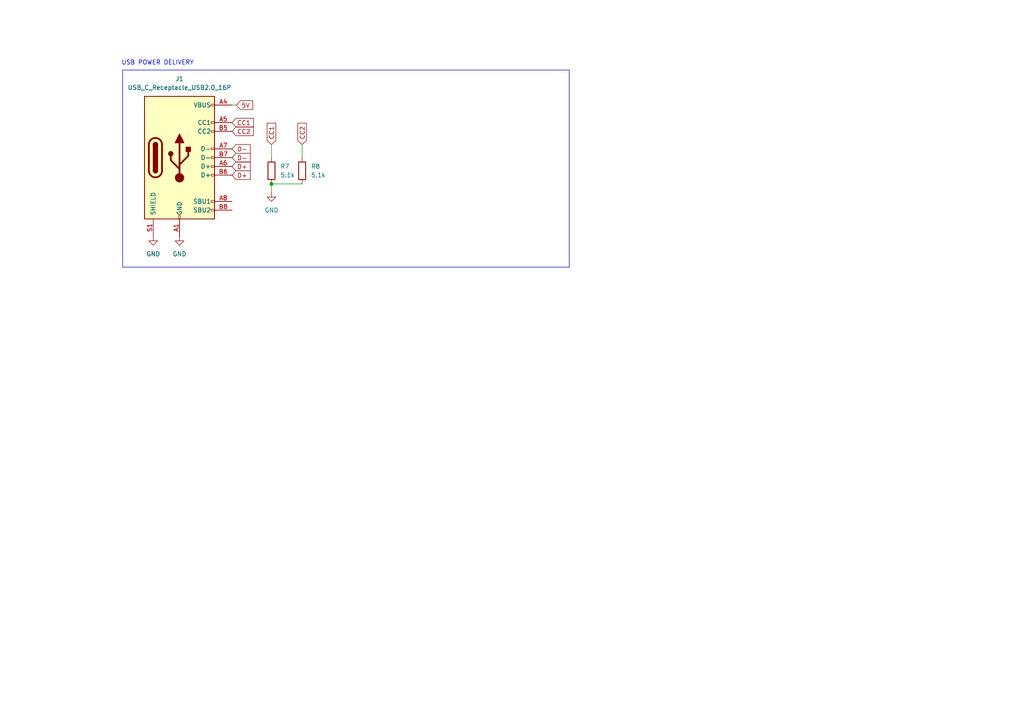
<source format=kicad_sch>
(kicad_sch (version 20250114) (generator "eeschema") (generator_version "9.0")
  (paper "A4")
  (lib_symbols
    (symbol "Connector:USB_C_Receptacle_USB2.0_16P" (pin_names (offset 1.016))
      (property "Reference" "J" (at 0 22.225 0))
      (property "Value" "USB_C_Receptacle_USB2.0_16P" (at 0 19.685 0))
      (symbol "USB_C_Receptacle_USB2.0_16P_0_0"
        (rectangle (start -0.254 -17.78) (end 0.254 -16.764))
        (rectangle (start 10.16 15.494) (end 9.144 14.986))
        (rectangle (start 10.16 10.414) (end 9.144 9.906))
        (rectangle (start 10.16 7.874) (end 9.144 7.366))
        (rectangle (start 10.16 2.794) (end 9.144 2.286))
        (rectangle (start 10.16 0.254) (end 9.144 -0.254))
        (rectangle (start 10.16 -2.286) (end 9.144 -2.794))
        (rectangle (start 10.16 -4.826) (end 9.144 -5.334))
        (rectangle (start 10.16 -12.446) (end 9.144 -12.954))
        (rectangle (start 10.16 -14.986) (end 9.144 -15.494))
      )
      (symbol "USB_C_Receptacle_USB2.0_16P_0_1"
        (rectangle (start -10.16 17.78) (end 10.16 -17.78) (stroke (width 0.254)) (fill (type background)))
        (polyline (pts (xy -8.89 -3.81) (xy -8.89 3.81)) (stroke (width 0.508)))
        (rectangle (start -7.62 -3.81) (end -6.35 3.81) (stroke (width 0.254)) (fill (type outline)))
        (arc (start -7.62 3.81) (mid -6.985 4.4423) (end -6.35 3.81) (stroke (width 0.254)))
        (arc (start -7.62 3.81) (mid -6.985 4.4423) (end -6.35 3.81) (stroke (width 0.254)) (fill (type outline)))
        (arc (start -8.89 3.81) (mid -6.985 5.7067) (end -5.08 3.81) (stroke (width 0.508)))
        (arc (start -5.08 -3.81) (mid -6.985 -5.7067) (end -8.89 -3.81) (stroke (width 0.508)))
        (arc (start -6.35 -3.81) (mid -6.985 -4.4423) (end -7.62 -3.81) (stroke (width 0.254)))
        (arc (start -6.35 -3.81) (mid -6.985 -4.4423) (end -7.62 -3.81) (stroke (width 0.254)) (fill (type outline)))
        (polyline (pts (xy -5.08 3.81) (xy -5.08 -3.81)) (stroke (width 0.508)))
        (circle (center -2.54 1.143) (radius 0.635) (stroke (width 0.254)) (fill (type outline)))
        (polyline (pts (xy -1.27 4.318) (xy 0 6.858) (xy 1.27 4.318) (xy -1.27 4.318)) (stroke (width 0.254)) (fill (type outline)))
        (polyline (pts (xy 0 -2.032) (xy 2.54 0.508) (xy 2.54 1.778)) (stroke (width 0.508)))
        (polyline (pts (xy 0 -3.302) (xy -2.54 -0.762) (xy -2.54 0.508)) (stroke (width 0.508)))
        (polyline (pts (xy 0 -5.842) (xy 0 4.318)) (stroke (width 0.508)))
        (circle (center 0 -5.842) (radius 1.27) (fill (type outline)))
        (rectangle (start 1.905 1.778) (end 3.175 3.048) (stroke (width 0.254)) (fill (type outline)))
      )
      (symbol "USB_C_Receptacle_USB2.0_16P_1_1"
        (pin passive line (at -7.62 -22.86 90) (length 5.08) (name "SHIELD") (number "S1"))
        (pin passive line (at 0 -22.86 90) (length 5.08) (name "GND") (number "A1"))
        (pin passive line (at 0 -22.86 90) (length 5.08) (hide yes) (name "GND") (number "A12"))
        (pin passive line (at 0 -22.86 90) (length 5.08) (hide yes) (name "GND") (number "B1"))
        (pin passive line (at 0 -22.86 90) (length 5.08) (hide yes) (name "GND") (number "B12"))
        (pin passive line (at 15.24 15.24 180) (length 5.08) (name "VBUS") (number "A4"))
        (pin passive line (at 15.24 15.24 180) (length 5.08) (hide yes) (name "VBUS") (number "A9"))
        (pin passive line (at 15.24 15.24 180) (length 5.08) (hide yes) (name "VBUS") (number "B4"))
        (pin passive line (at 15.24 15.24 180) (length 5.08) (hide yes) (name "VBUS") (number "B9"))
        (pin bidirectional line (at 15.24 10.16 180) (length 5.08) (name "CC1") (number "A5"))
        (pin bidirectional line (at 15.24 7.62 180) (length 5.08) (name "CC2") (number "B5"))
        (pin bidirectional line (at 15.24 2.54 180) (length 5.08) (name "D-") (number "A7"))
        (pin bidirectional line (at 15.24 0 180) (length 5.08) (name "D-") (number "B7"))
        (pin bidirectional line (at 15.24 -2.54 180) (length 5.08) (name "D+") (number "A6"))
        (pin bidirectional line (at 15.24 -5.08 180) (length 5.08) (name "D+") (number "B6"))
        (pin bidirectional line (at 15.24 -12.7 180) (length 5.08) (name "SBU1") (number "A8"))
        (pin bidirectional line (at 15.24 -15.24 180) (length 5.08) (name "SBU2") (number "B8"))
      )
    )
    (symbol "Device:R" (pin_numbers (hide yes)) (pin_names (offset 0))
      (property "Reference" "R" (at 2.032 0 90))
      (property "Value" "R" (at 0 0 90))
      (symbol "R_0_1"
        (rectangle (start -1.016 -2.54) (end 1.016 2.54) (stroke (width 0.254)))
      )
      (symbol "R_1_1"
        (pin passive line (at 0 3.81 270) (length 1.27) (name "~") (number "1"))
        (pin passive line (at 0 -3.81 90) (length 1.27) (name "~") (number "2"))
      )
    )
    (symbol "power:GND" (power) (pin_numbers (hide yes)) (pin_names (offset 0) (hide yes))
      (property "Value" "GND" (at 0 -3.81 0))
      (symbol "GND_0_1"
        (polyline (pts (xy 0 0) (xy 0 -1.27) (xy 1.27 -1.27) (xy 0 -2.54) (xy -1.27 -1.27) (xy 0 -1.27)))
      )
      (symbol "GND_1_1"
        (pin power_in line (at 0 0 270) (length 0) (name "~") (number "1"))
      )
    )
  )
  (rectangle (start 35.56 20.32) (end 165.1 77.47))
  (text "USB POWER DELIVERY " (at 46.228 18.288 0) (effects (font (size 1.27 1.27))))
  (junction (at 78.74 53.34))
  (wire (pts (xy 78.74 55.88) (xy 78.74 53.34)))
  (wire (pts (xy 68.58 30.48) (xy 67.31 30.48)))
  (wire (pts (xy 78.74 41.91) (xy 78.74 45.72)))
  (wire (pts (xy 78.74 53.34) (xy 87.63 53.34)))
  (wire (pts (xy 87.63 41.91) (xy 87.63 45.72)))
  (global_label "CC1" (shape input) (at 67.31 35.56 0) (property "Intersheetrefs" "${INTERSHEET_REFS}" (effects (hide yes))))
  (global_label "D-" (shape input) (at 67.31 45.72 0) (property "Intersheetrefs" "${INTERSHEET_REFS}" (effects (hide yes))))
  (global_label "D-" (shape input) (at 67.31 43.18 0) (property "Intersheetrefs" "${INTERSHEET_REFS}" (effects (hide yes))))
  (global_label "D+" (shape input) (at 67.31 50.8 0) (property "Intersheetrefs" "${INTERSHEET_REFS}" (effects (hide yes))))
  (global_label "5V" (shape input) (at 68.58 30.48 0) (property "Intersheetrefs" "${INTERSHEET_REFS}" (effects (hide yes))))
  (global_label "CC2" (shape input) (at 67.31 38.1 0) (property "Intersheetrefs" "${INTERSHEET_REFS}" (effects (hide yes))))
  (global_label "CC2" (shape input) (at 87.63 41.91 90) (property "Intersheetrefs" "${INTERSHEET_REFS}" (effects (hide yes))))
  (global_label "CC1" (shape input) (at 78.74 41.91 90) (property "Intersheetrefs" "${INTERSHEET_REFS}" (effects (hide yes))))
  (global_label "D+" (shape input) (at 67.31 48.26 0) (property "Intersheetrefs" "${INTERSHEET_REFS}" (effects (hide yes))))
  (symbol (lib_id "Connector:USB_C_Receptacle_USB2.0_16P") (at 52.07 45.72 0) (unit 1)
    (property "Reference" "J1" (at 52.07 22.86 0))
    (property "Value" "USB_C_Receptacle_USB2.0_16P" (at 52.07 25.4 0))
    (property "Footprint" "Connector_USB:USB_C_Receptacle_GCT_USB4105-xx-A_16P_TopMnt_Horizontal" (effects (hide yes)))
    (property "Datasheet" "https://www.usb.org/sites/default/files/documents/usb_type-c.zip" (effects (hide yes)))
    (property "Description" "USB 2.0-only 16P Type-C Receptacle connector" (effects (hide yes)))
  )
  (symbol (lib_id "power:GND") (at 78.74 55.88 0) (unit 1)
    (property "Reference" "#PWR05" (effects (hide yes)))
    (property "Value" "GND" (at 78.74 60.96 0))
    (property "Description" "Power symbol creates a global label with name \"GND\" , ground" (effects (hide yes)))
  )
  (symbol (lib_id "power:GND") (at 44.45 68.58 0) (unit 1)
    (property "Reference" "#PWR08" (effects (hide yes)))
    (property "Value" "GND" (at 44.45 73.66 0))
    (property "Description" "Power symbol creates a global label with name \"GND\" , ground" (effects (hide yes)))
  )
  (symbol (lib_id "Device:R") (at 87.63 49.53 0) (unit 1)
    (property "Reference" "R8" (at 90.17 48.2599 0) (effects (justify left)))
    (property "Value" "5.1k" (at 90.17 50.7999 0) (effects (justify left)))
    (property "Description" "Resistor" (effects (hide yes)))
  )
  (symbol (lib_id "Device:R") (at 78.74 49.53 0) (unit 1)
    (property "Reference" "R7" (at 81.28 48.2599 0) (effects (justify left)))
    (property "Value" "5.1k" (at 81.28 50.7999 0) (effects (justify left)))
    (property "Description" "Resistor" (effects (hide yes)))
  )
  (symbol (lib_id "power:GND") (at 52.07 68.58 0) (unit 1)
    (property "Reference" "#PWR01" (effects (hide yes)))
    (property "Value" "GND" (at 52.07 73.66 0))
    (property "Description" "Power symbol creates a global label with name \"GND\" , ground" (effects (hide yes)))
  )
)
</source>
